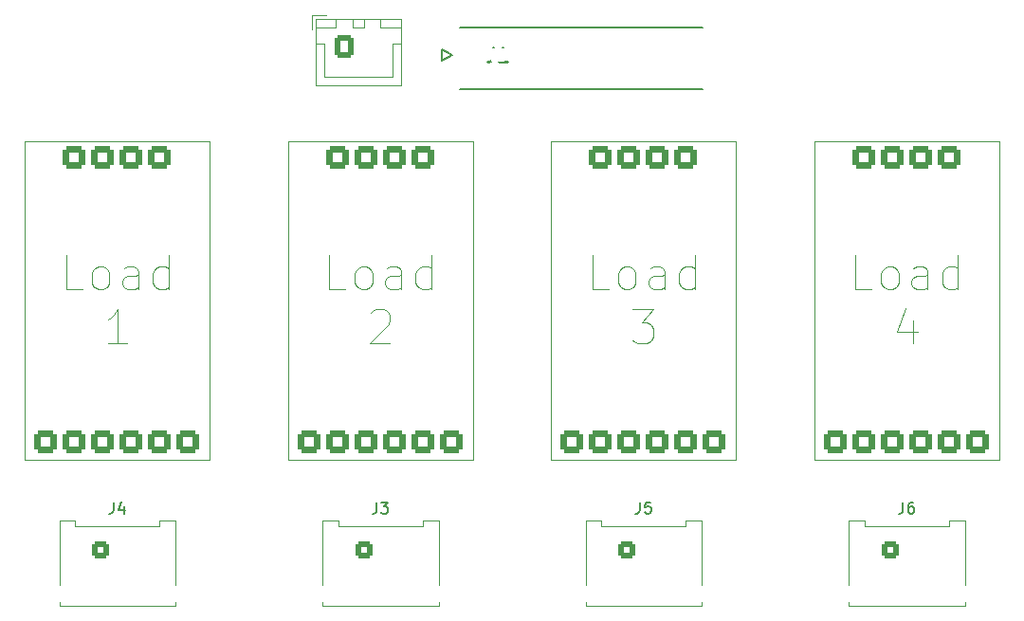
<source format=gto>
%TF.GenerationSoftware,KiCad,Pcbnew,9.0.0*%
%TF.CreationDate,2025-04-09T17:39:02-07:00*%
%TF.ProjectId,Load Cell Amp Board,4c6f6164-2043-4656-9c6c-20416d702042,rev?*%
%TF.SameCoordinates,Original*%
%TF.FileFunction,Legend,Top*%
%TF.FilePolarity,Positive*%
%FSLAX46Y46*%
G04 Gerber Fmt 4.6, Leading zero omitted, Abs format (unit mm)*
G04 Created by KiCad (PCBNEW 9.0.0) date 2025-04-09 17:39:02*
%MOMM*%
%LPD*%
G01*
G04 APERTURE LIST*
G04 Aperture macros list*
%AMRoundRect*
0 Rectangle with rounded corners*
0 $1 Rounding radius*
0 $2 $3 $4 $5 $6 $7 $8 $9 X,Y pos of 4 corners*
0 Add a 4 corners polygon primitive as box body*
4,1,4,$2,$3,$4,$5,$6,$7,$8,$9,$2,$3,0*
0 Add four circle primitives for the rounded corners*
1,1,$1+$1,$2,$3*
1,1,$1+$1,$4,$5*
1,1,$1+$1,$6,$7*
1,1,$1+$1,$8,$9*
0 Add four rect primitives between the rounded corners*
20,1,$1+$1,$2,$3,$4,$5,0*
20,1,$1+$1,$4,$5,$6,$7,0*
20,1,$1+$1,$6,$7,$8,$9,0*
20,1,$1+$1,$8,$9,$2,$3,0*%
G04 Aperture macros list end*
%ADD10C,0.100000*%
%ADD11C,0.150000*%
%ADD12C,0.254000*%
%ADD13C,0.120000*%
%ADD14C,0.127000*%
%ADD15C,6.000000*%
%ADD16C,1.020000*%
%ADD17RoundRect,0.250001X-0.499999X-0.499999X0.499999X-0.499999X0.499999X0.499999X-0.499999X0.499999X0*%
%ADD18C,1.500000*%
%ADD19R,1.170000X1.170000*%
%ADD20C,1.170000*%
%ADD21C,2.560000*%
%ADD22RoundRect,0.300000X0.700000X-0.700000X0.700000X0.700000X-0.700000X0.700000X-0.700000X-0.700000X0*%
%ADD23RoundRect,0.250000X-0.600000X-0.750000X0.600000X-0.750000X0.600000X0.750000X-0.600000X0.750000X0*%
%ADD24O,1.700000X2.000000*%
G04 APERTURE END LIST*
D10*
X116912580Y-100523178D02*
X115484008Y-100523178D01*
X115484008Y-100523178D02*
X115484008Y-97523178D01*
X118341151Y-100523178D02*
X118055436Y-100380321D01*
X118055436Y-100380321D02*
X117912579Y-100237463D01*
X117912579Y-100237463D02*
X117769722Y-99951749D01*
X117769722Y-99951749D02*
X117769722Y-99094606D01*
X117769722Y-99094606D02*
X117912579Y-98808892D01*
X117912579Y-98808892D02*
X118055436Y-98666035D01*
X118055436Y-98666035D02*
X118341151Y-98523178D01*
X118341151Y-98523178D02*
X118769722Y-98523178D01*
X118769722Y-98523178D02*
X119055436Y-98666035D01*
X119055436Y-98666035D02*
X119198294Y-98808892D01*
X119198294Y-98808892D02*
X119341151Y-99094606D01*
X119341151Y-99094606D02*
X119341151Y-99951749D01*
X119341151Y-99951749D02*
X119198294Y-100237463D01*
X119198294Y-100237463D02*
X119055436Y-100380321D01*
X119055436Y-100380321D02*
X118769722Y-100523178D01*
X118769722Y-100523178D02*
X118341151Y-100523178D01*
X121912580Y-100523178D02*
X121912580Y-98951749D01*
X121912580Y-98951749D02*
X121769722Y-98666035D01*
X121769722Y-98666035D02*
X121484008Y-98523178D01*
X121484008Y-98523178D02*
X120912580Y-98523178D01*
X120912580Y-98523178D02*
X120626865Y-98666035D01*
X121912580Y-100380321D02*
X121626865Y-100523178D01*
X121626865Y-100523178D02*
X120912580Y-100523178D01*
X120912580Y-100523178D02*
X120626865Y-100380321D01*
X120626865Y-100380321D02*
X120484008Y-100094606D01*
X120484008Y-100094606D02*
X120484008Y-99808892D01*
X120484008Y-99808892D02*
X120626865Y-99523178D01*
X120626865Y-99523178D02*
X120912580Y-99380321D01*
X120912580Y-99380321D02*
X121626865Y-99380321D01*
X121626865Y-99380321D02*
X121912580Y-99237463D01*
X124626866Y-100523178D02*
X124626866Y-97523178D01*
X124626866Y-100380321D02*
X124341151Y-100523178D01*
X124341151Y-100523178D02*
X123769723Y-100523178D01*
X123769723Y-100523178D02*
X123484008Y-100380321D01*
X123484008Y-100380321D02*
X123341151Y-100237463D01*
X123341151Y-100237463D02*
X123198294Y-99951749D01*
X123198294Y-99951749D02*
X123198294Y-99094606D01*
X123198294Y-99094606D02*
X123341151Y-98808892D01*
X123341151Y-98808892D02*
X123484008Y-98666035D01*
X123484008Y-98666035D02*
X123769723Y-98523178D01*
X123769723Y-98523178D02*
X124341151Y-98523178D01*
X124341151Y-98523178D02*
X124626866Y-98666035D01*
X120912580Y-105353010D02*
X119198294Y-105353010D01*
X120055437Y-105353010D02*
X120055437Y-102353010D01*
X120055437Y-102353010D02*
X119769723Y-102781581D01*
X119769723Y-102781581D02*
X119484008Y-103067295D01*
X119484008Y-103067295D02*
X119198294Y-103210153D01*
X163912580Y-100523178D02*
X162484008Y-100523178D01*
X162484008Y-100523178D02*
X162484008Y-97523178D01*
X165341151Y-100523178D02*
X165055436Y-100380321D01*
X165055436Y-100380321D02*
X164912579Y-100237463D01*
X164912579Y-100237463D02*
X164769722Y-99951749D01*
X164769722Y-99951749D02*
X164769722Y-99094606D01*
X164769722Y-99094606D02*
X164912579Y-98808892D01*
X164912579Y-98808892D02*
X165055436Y-98666035D01*
X165055436Y-98666035D02*
X165341151Y-98523178D01*
X165341151Y-98523178D02*
X165769722Y-98523178D01*
X165769722Y-98523178D02*
X166055436Y-98666035D01*
X166055436Y-98666035D02*
X166198294Y-98808892D01*
X166198294Y-98808892D02*
X166341151Y-99094606D01*
X166341151Y-99094606D02*
X166341151Y-99951749D01*
X166341151Y-99951749D02*
X166198294Y-100237463D01*
X166198294Y-100237463D02*
X166055436Y-100380321D01*
X166055436Y-100380321D02*
X165769722Y-100523178D01*
X165769722Y-100523178D02*
X165341151Y-100523178D01*
X168912580Y-100523178D02*
X168912580Y-98951749D01*
X168912580Y-98951749D02*
X168769722Y-98666035D01*
X168769722Y-98666035D02*
X168484008Y-98523178D01*
X168484008Y-98523178D02*
X167912580Y-98523178D01*
X167912580Y-98523178D02*
X167626865Y-98666035D01*
X168912580Y-100380321D02*
X168626865Y-100523178D01*
X168626865Y-100523178D02*
X167912580Y-100523178D01*
X167912580Y-100523178D02*
X167626865Y-100380321D01*
X167626865Y-100380321D02*
X167484008Y-100094606D01*
X167484008Y-100094606D02*
X167484008Y-99808892D01*
X167484008Y-99808892D02*
X167626865Y-99523178D01*
X167626865Y-99523178D02*
X167912580Y-99380321D01*
X167912580Y-99380321D02*
X168626865Y-99380321D01*
X168626865Y-99380321D02*
X168912580Y-99237463D01*
X171626866Y-100523178D02*
X171626866Y-97523178D01*
X171626866Y-100380321D02*
X171341151Y-100523178D01*
X171341151Y-100523178D02*
X170769723Y-100523178D01*
X170769723Y-100523178D02*
X170484008Y-100380321D01*
X170484008Y-100380321D02*
X170341151Y-100237463D01*
X170341151Y-100237463D02*
X170198294Y-99951749D01*
X170198294Y-99951749D02*
X170198294Y-99094606D01*
X170198294Y-99094606D02*
X170341151Y-98808892D01*
X170341151Y-98808892D02*
X170484008Y-98666035D01*
X170484008Y-98666035D02*
X170769723Y-98523178D01*
X170769723Y-98523178D02*
X171341151Y-98523178D01*
X171341151Y-98523178D02*
X171626866Y-98666035D01*
X166055437Y-102353010D02*
X167912580Y-102353010D01*
X167912580Y-102353010D02*
X166912580Y-103495867D01*
X166912580Y-103495867D02*
X167341151Y-103495867D01*
X167341151Y-103495867D02*
X167626866Y-103638724D01*
X167626866Y-103638724D02*
X167769723Y-103781581D01*
X167769723Y-103781581D02*
X167912580Y-104067295D01*
X167912580Y-104067295D02*
X167912580Y-104781581D01*
X167912580Y-104781581D02*
X167769723Y-105067295D01*
X167769723Y-105067295D02*
X167626866Y-105210153D01*
X167626866Y-105210153D02*
X167341151Y-105353010D01*
X167341151Y-105353010D02*
X166484008Y-105353010D01*
X166484008Y-105353010D02*
X166198294Y-105210153D01*
X166198294Y-105210153D02*
X166055437Y-105067295D01*
X140412580Y-100523178D02*
X138984008Y-100523178D01*
X138984008Y-100523178D02*
X138984008Y-97523178D01*
X141841151Y-100523178D02*
X141555436Y-100380321D01*
X141555436Y-100380321D02*
X141412579Y-100237463D01*
X141412579Y-100237463D02*
X141269722Y-99951749D01*
X141269722Y-99951749D02*
X141269722Y-99094606D01*
X141269722Y-99094606D02*
X141412579Y-98808892D01*
X141412579Y-98808892D02*
X141555436Y-98666035D01*
X141555436Y-98666035D02*
X141841151Y-98523178D01*
X141841151Y-98523178D02*
X142269722Y-98523178D01*
X142269722Y-98523178D02*
X142555436Y-98666035D01*
X142555436Y-98666035D02*
X142698294Y-98808892D01*
X142698294Y-98808892D02*
X142841151Y-99094606D01*
X142841151Y-99094606D02*
X142841151Y-99951749D01*
X142841151Y-99951749D02*
X142698294Y-100237463D01*
X142698294Y-100237463D02*
X142555436Y-100380321D01*
X142555436Y-100380321D02*
X142269722Y-100523178D01*
X142269722Y-100523178D02*
X141841151Y-100523178D01*
X145412580Y-100523178D02*
X145412580Y-98951749D01*
X145412580Y-98951749D02*
X145269722Y-98666035D01*
X145269722Y-98666035D02*
X144984008Y-98523178D01*
X144984008Y-98523178D02*
X144412580Y-98523178D01*
X144412580Y-98523178D02*
X144126865Y-98666035D01*
X145412580Y-100380321D02*
X145126865Y-100523178D01*
X145126865Y-100523178D02*
X144412580Y-100523178D01*
X144412580Y-100523178D02*
X144126865Y-100380321D01*
X144126865Y-100380321D02*
X143984008Y-100094606D01*
X143984008Y-100094606D02*
X143984008Y-99808892D01*
X143984008Y-99808892D02*
X144126865Y-99523178D01*
X144126865Y-99523178D02*
X144412580Y-99380321D01*
X144412580Y-99380321D02*
X145126865Y-99380321D01*
X145126865Y-99380321D02*
X145412580Y-99237463D01*
X148126866Y-100523178D02*
X148126866Y-97523178D01*
X148126866Y-100380321D02*
X147841151Y-100523178D01*
X147841151Y-100523178D02*
X147269723Y-100523178D01*
X147269723Y-100523178D02*
X146984008Y-100380321D01*
X146984008Y-100380321D02*
X146841151Y-100237463D01*
X146841151Y-100237463D02*
X146698294Y-99951749D01*
X146698294Y-99951749D02*
X146698294Y-99094606D01*
X146698294Y-99094606D02*
X146841151Y-98808892D01*
X146841151Y-98808892D02*
X146984008Y-98666035D01*
X146984008Y-98666035D02*
X147269723Y-98523178D01*
X147269723Y-98523178D02*
X147841151Y-98523178D01*
X147841151Y-98523178D02*
X148126866Y-98666035D01*
X142698294Y-102638724D02*
X142841151Y-102495867D01*
X142841151Y-102495867D02*
X143126866Y-102353010D01*
X143126866Y-102353010D02*
X143841151Y-102353010D01*
X143841151Y-102353010D02*
X144126866Y-102495867D01*
X144126866Y-102495867D02*
X144269723Y-102638724D01*
X144269723Y-102638724D02*
X144412580Y-102924438D01*
X144412580Y-102924438D02*
X144412580Y-103210153D01*
X144412580Y-103210153D02*
X144269723Y-103638724D01*
X144269723Y-103638724D02*
X142555437Y-105353010D01*
X142555437Y-105353010D02*
X144412580Y-105353010D01*
X187412580Y-100523178D02*
X185984008Y-100523178D01*
X185984008Y-100523178D02*
X185984008Y-97523178D01*
X188841151Y-100523178D02*
X188555436Y-100380321D01*
X188555436Y-100380321D02*
X188412579Y-100237463D01*
X188412579Y-100237463D02*
X188269722Y-99951749D01*
X188269722Y-99951749D02*
X188269722Y-99094606D01*
X188269722Y-99094606D02*
X188412579Y-98808892D01*
X188412579Y-98808892D02*
X188555436Y-98666035D01*
X188555436Y-98666035D02*
X188841151Y-98523178D01*
X188841151Y-98523178D02*
X189269722Y-98523178D01*
X189269722Y-98523178D02*
X189555436Y-98666035D01*
X189555436Y-98666035D02*
X189698294Y-98808892D01*
X189698294Y-98808892D02*
X189841151Y-99094606D01*
X189841151Y-99094606D02*
X189841151Y-99951749D01*
X189841151Y-99951749D02*
X189698294Y-100237463D01*
X189698294Y-100237463D02*
X189555436Y-100380321D01*
X189555436Y-100380321D02*
X189269722Y-100523178D01*
X189269722Y-100523178D02*
X188841151Y-100523178D01*
X192412580Y-100523178D02*
X192412580Y-98951749D01*
X192412580Y-98951749D02*
X192269722Y-98666035D01*
X192269722Y-98666035D02*
X191984008Y-98523178D01*
X191984008Y-98523178D02*
X191412580Y-98523178D01*
X191412580Y-98523178D02*
X191126865Y-98666035D01*
X192412580Y-100380321D02*
X192126865Y-100523178D01*
X192126865Y-100523178D02*
X191412580Y-100523178D01*
X191412580Y-100523178D02*
X191126865Y-100380321D01*
X191126865Y-100380321D02*
X190984008Y-100094606D01*
X190984008Y-100094606D02*
X190984008Y-99808892D01*
X190984008Y-99808892D02*
X191126865Y-99523178D01*
X191126865Y-99523178D02*
X191412580Y-99380321D01*
X191412580Y-99380321D02*
X192126865Y-99380321D01*
X192126865Y-99380321D02*
X192412580Y-99237463D01*
X195126866Y-100523178D02*
X195126866Y-97523178D01*
X195126866Y-100380321D02*
X194841151Y-100523178D01*
X194841151Y-100523178D02*
X194269723Y-100523178D01*
X194269723Y-100523178D02*
X193984008Y-100380321D01*
X193984008Y-100380321D02*
X193841151Y-100237463D01*
X193841151Y-100237463D02*
X193698294Y-99951749D01*
X193698294Y-99951749D02*
X193698294Y-99094606D01*
X193698294Y-99094606D02*
X193841151Y-98808892D01*
X193841151Y-98808892D02*
X193984008Y-98666035D01*
X193984008Y-98666035D02*
X194269723Y-98523178D01*
X194269723Y-98523178D02*
X194841151Y-98523178D01*
X194841151Y-98523178D02*
X195126866Y-98666035D01*
X191126866Y-103353010D02*
X191126866Y-105353010D01*
X190412580Y-102210153D02*
X189698294Y-104353010D01*
X189698294Y-104353010D02*
X191555437Y-104353010D01*
D11*
X190222103Y-119560256D02*
X190222103Y-120274541D01*
X190222103Y-120274541D02*
X190174484Y-120417398D01*
X190174484Y-120417398D02*
X190079246Y-120512637D01*
X190079246Y-120512637D02*
X189936389Y-120560256D01*
X189936389Y-120560256D02*
X189841151Y-120560256D01*
X191126865Y-119560256D02*
X190936389Y-119560256D01*
X190936389Y-119560256D02*
X190841151Y-119607875D01*
X190841151Y-119607875D02*
X190793532Y-119655494D01*
X190793532Y-119655494D02*
X190698294Y-119798351D01*
X190698294Y-119798351D02*
X190650675Y-119988827D01*
X190650675Y-119988827D02*
X190650675Y-120369779D01*
X190650675Y-120369779D02*
X190698294Y-120465017D01*
X190698294Y-120465017D02*
X190745913Y-120512637D01*
X190745913Y-120512637D02*
X190841151Y-120560256D01*
X190841151Y-120560256D02*
X191031627Y-120560256D01*
X191031627Y-120560256D02*
X191126865Y-120512637D01*
X191126865Y-120512637D02*
X191174484Y-120465017D01*
X191174484Y-120465017D02*
X191222103Y-120369779D01*
X191222103Y-120369779D02*
X191222103Y-120131684D01*
X191222103Y-120131684D02*
X191174484Y-120036446D01*
X191174484Y-120036446D02*
X191126865Y-119988827D01*
X191126865Y-119988827D02*
X191031627Y-119941208D01*
X191031627Y-119941208D02*
X190841151Y-119941208D01*
X190841151Y-119941208D02*
X190745913Y-119988827D01*
X190745913Y-119988827D02*
X190698294Y-120036446D01*
X190698294Y-120036446D02*
X190650675Y-120131684D01*
D12*
X153576667Y-78904318D02*
X153576667Y-79811461D01*
X153576667Y-79811461D02*
X153516190Y-79992889D01*
X153516190Y-79992889D02*
X153395238Y-80113842D01*
X153395238Y-80113842D02*
X153213809Y-80174318D01*
X153213809Y-80174318D02*
X153092857Y-80174318D01*
X154846667Y-80174318D02*
X154120952Y-80174318D01*
X154483809Y-80174318D02*
X154483809Y-78904318D01*
X154483809Y-78904318D02*
X154362857Y-79085746D01*
X154362857Y-79085746D02*
X154241905Y-79206699D01*
X154241905Y-79206699D02*
X154120952Y-79267175D01*
D11*
X143222103Y-119560256D02*
X143222103Y-120274541D01*
X143222103Y-120274541D02*
X143174484Y-120417398D01*
X143174484Y-120417398D02*
X143079246Y-120512637D01*
X143079246Y-120512637D02*
X142936389Y-120560256D01*
X142936389Y-120560256D02*
X142841151Y-120560256D01*
X143603056Y-119560256D02*
X144222103Y-119560256D01*
X144222103Y-119560256D02*
X143888770Y-119941208D01*
X143888770Y-119941208D02*
X144031627Y-119941208D01*
X144031627Y-119941208D02*
X144126865Y-119988827D01*
X144126865Y-119988827D02*
X144174484Y-120036446D01*
X144174484Y-120036446D02*
X144222103Y-120131684D01*
X144222103Y-120131684D02*
X144222103Y-120369779D01*
X144222103Y-120369779D02*
X144174484Y-120465017D01*
X144174484Y-120465017D02*
X144126865Y-120512637D01*
X144126865Y-120512637D02*
X144031627Y-120560256D01*
X144031627Y-120560256D02*
X143745913Y-120560256D01*
X143745913Y-120560256D02*
X143650675Y-120512637D01*
X143650675Y-120512637D02*
X143603056Y-120465017D01*
X119722103Y-119560256D02*
X119722103Y-120274541D01*
X119722103Y-120274541D02*
X119674484Y-120417398D01*
X119674484Y-120417398D02*
X119579246Y-120512637D01*
X119579246Y-120512637D02*
X119436389Y-120560256D01*
X119436389Y-120560256D02*
X119341151Y-120560256D01*
X120626865Y-119893589D02*
X120626865Y-120560256D01*
X120388770Y-119512637D02*
X120150675Y-120226922D01*
X120150675Y-120226922D02*
X120769722Y-120226922D01*
X166722103Y-119560256D02*
X166722103Y-120274541D01*
X166722103Y-120274541D02*
X166674484Y-120417398D01*
X166674484Y-120417398D02*
X166579246Y-120512637D01*
X166579246Y-120512637D02*
X166436389Y-120560256D01*
X166436389Y-120560256D02*
X166341151Y-120560256D01*
X167674484Y-119560256D02*
X167198294Y-119560256D01*
X167198294Y-119560256D02*
X167150675Y-120036446D01*
X167150675Y-120036446D02*
X167198294Y-119988827D01*
X167198294Y-119988827D02*
X167293532Y-119941208D01*
X167293532Y-119941208D02*
X167531627Y-119941208D01*
X167531627Y-119941208D02*
X167626865Y-119988827D01*
X167626865Y-119988827D02*
X167674484Y-120036446D01*
X167674484Y-120036446D02*
X167722103Y-120131684D01*
X167722103Y-120131684D02*
X167722103Y-120369779D01*
X167722103Y-120369779D02*
X167674484Y-120465017D01*
X167674484Y-120465017D02*
X167626865Y-120512637D01*
X167626865Y-120512637D02*
X167531627Y-120560256D01*
X167531627Y-120560256D02*
X167293532Y-120560256D01*
X167293532Y-120560256D02*
X167198294Y-120512637D01*
X167198294Y-120512637D02*
X167150675Y-120465017D01*
D13*
%TO.C,J6*%
X185370437Y-121195437D02*
X186790437Y-121195437D01*
X185370437Y-126945437D02*
X185370437Y-121195437D01*
X185370437Y-128485437D02*
X185370437Y-128785437D01*
X185370437Y-128785437D02*
X195740437Y-128785437D01*
X186790437Y-121195437D02*
X186790437Y-121695437D01*
X186790437Y-121695437D02*
X194320437Y-121695437D01*
X194320437Y-121195437D02*
X195740437Y-121195437D01*
X194320437Y-121695437D02*
X194320437Y-121195437D01*
X195740437Y-121195437D02*
X195740437Y-126945437D01*
X195740437Y-128785437D02*
X195740437Y-128485437D01*
D14*
%TO.C,J1*%
X149000000Y-79100000D02*
X150000000Y-79600000D01*
X149000000Y-80100000D02*
X149000000Y-79100000D01*
X150000000Y-79600000D02*
X149000000Y-80100000D01*
X150675000Y-77130000D02*
X172325000Y-77130000D01*
X172325000Y-82700000D02*
X150675000Y-82700000D01*
%TO.C,HX3*%
D10*
X158805437Y-115805437D02*
X175305437Y-115805437D01*
X175305437Y-87305437D01*
X158805437Y-87305437D01*
X158805437Y-115805437D01*
%TO.C,HX1*%
X111805437Y-115805437D02*
X128305437Y-115805437D01*
X128305437Y-87305437D01*
X111805437Y-87305437D01*
X111805437Y-115805437D01*
D13*
%TO.C,J3*%
X138370437Y-121195437D02*
X139790437Y-121195437D01*
X138370437Y-126945437D02*
X138370437Y-121195437D01*
X138370437Y-128485437D02*
X138370437Y-128785437D01*
X138370437Y-128785437D02*
X148740437Y-128785437D01*
X139790437Y-121195437D02*
X139790437Y-121695437D01*
X139790437Y-121695437D02*
X147320437Y-121695437D01*
X147320437Y-121195437D02*
X148740437Y-121195437D01*
X147320437Y-121695437D02*
X147320437Y-121195437D01*
X148740437Y-121195437D02*
X148740437Y-126945437D01*
X148740437Y-128785437D02*
X148740437Y-128485437D01*
%TO.C,HX4*%
D10*
X182305437Y-115805437D02*
X198805437Y-115805437D01*
X198805437Y-87305437D01*
X182305437Y-87305437D01*
X182305437Y-115805437D01*
D13*
%TO.C,J4*%
X114870437Y-121195437D02*
X116290437Y-121195437D01*
X114870437Y-126945437D02*
X114870437Y-121195437D01*
X114870437Y-128485437D02*
X114870437Y-128785437D01*
X114870437Y-128785437D02*
X125240437Y-128785437D01*
X116290437Y-121195437D02*
X116290437Y-121695437D01*
X116290437Y-121695437D02*
X123820437Y-121695437D01*
X123820437Y-121195437D02*
X125240437Y-121195437D01*
X123820437Y-121695437D02*
X123820437Y-121195437D01*
X125240437Y-121195437D02*
X125240437Y-126945437D01*
X125240437Y-128785437D02*
X125240437Y-128485437D01*
%TO.C,J2*%
X137455437Y-76084562D02*
X137455437Y-77334562D01*
X137745437Y-76374562D02*
X137745437Y-82344562D01*
X137745437Y-82344562D02*
X145365437Y-82344562D01*
X137755437Y-76384562D02*
X137755437Y-77134562D01*
X137755437Y-77134562D02*
X139555437Y-77134562D01*
X137755437Y-78634562D02*
X138505437Y-78634562D01*
X138505437Y-78634562D02*
X138505437Y-81584562D01*
X138505437Y-81584562D02*
X141555437Y-81584562D01*
X138705437Y-76084562D02*
X137455437Y-76084562D01*
X139555437Y-76384562D02*
X137755437Y-76384562D01*
X139555437Y-77134562D02*
X139555437Y-76384562D01*
X141055437Y-76384562D02*
X141055437Y-77134562D01*
X141055437Y-77134562D02*
X142055437Y-77134562D01*
X142055437Y-76384562D02*
X141055437Y-76384562D01*
X142055437Y-77134562D02*
X142055437Y-76384562D01*
X143555437Y-76384562D02*
X143555437Y-77134562D01*
X143555437Y-77134562D02*
X145355437Y-77134562D01*
X144605437Y-78634562D02*
X144605437Y-81584562D01*
X144605437Y-81584562D02*
X141555437Y-81584562D01*
X145355437Y-76384562D02*
X143555437Y-76384562D01*
X145355437Y-77134562D02*
X145355437Y-76384562D01*
X145355437Y-78634562D02*
X144605437Y-78634562D01*
X145365437Y-76374562D02*
X137745437Y-76374562D01*
X145365437Y-82344562D02*
X145365437Y-76374562D01*
%TO.C,HX2*%
D10*
X135305437Y-115805437D02*
X151805437Y-115805437D01*
X151805437Y-87305437D01*
X135305437Y-87305437D01*
X135305437Y-115805437D01*
D13*
%TO.C,J5*%
X161870437Y-121195437D02*
X163290437Y-121195437D01*
X161870437Y-126945437D02*
X161870437Y-121195437D01*
X161870437Y-128485437D02*
X161870437Y-128785437D01*
X161870437Y-128785437D02*
X172240437Y-128785437D01*
X163290437Y-121195437D02*
X163290437Y-121695437D01*
X163290437Y-121695437D02*
X170820437Y-121695437D01*
X170820437Y-121195437D02*
X172240437Y-121195437D01*
X170820437Y-121695437D02*
X170820437Y-121195437D01*
X172240437Y-121195437D02*
X172240437Y-126945437D01*
X172240437Y-128785437D02*
X172240437Y-128485437D01*
%TD*%
%LPC*%
D15*
%TO.C,REF\u002A\u002A*%
X117800000Y-83400000D03*
%TD*%
D16*
%TO.C,J6*%
X186055437Y-127715437D03*
X195055437Y-127715437D03*
D17*
X189055437Y-123775437D03*
D18*
X192055437Y-123775437D03*
X189055437Y-126775437D03*
X192055437Y-126775437D03*
%TD*%
D19*
%TO.C,J1*%
X154000000Y-79600000D03*
D20*
X157000000Y-79600000D03*
X160000000Y-79600000D03*
X163000000Y-79600000D03*
X166000000Y-79600000D03*
X169000000Y-79600000D03*
D21*
X151850000Y-79600000D03*
X171150000Y-79600000D03*
%TD*%
D15*
%TO.C,REF\u002A\u002A*%
X118000000Y-133600000D03*
%TD*%
D22*
%TO.C,HX3*%
X170805437Y-88805437D03*
X168265437Y-88805437D03*
X165725437Y-88805437D03*
X163185437Y-88805437D03*
X160645437Y-114205437D03*
X163185437Y-114205437D03*
X165725437Y-114205437D03*
X168265437Y-114205437D03*
X170805437Y-114205437D03*
X173345437Y-114205437D03*
%TD*%
%TO.C,HX1*%
X123805437Y-88805437D03*
X121265437Y-88805437D03*
X118725437Y-88805437D03*
X116185437Y-88805437D03*
X113645437Y-114205437D03*
X116185437Y-114205437D03*
X118725437Y-114205437D03*
X121265437Y-114205437D03*
X123805437Y-114205437D03*
X126345437Y-114205437D03*
%TD*%
D16*
%TO.C,J3*%
X139055437Y-127715437D03*
X148055437Y-127715437D03*
D17*
X142055437Y-123775437D03*
D18*
X145055437Y-123775437D03*
X142055437Y-126775437D03*
X145055437Y-126775437D03*
%TD*%
D15*
%TO.C,REF\u002A\u002A*%
X193000000Y-83400000D03*
%TD*%
D22*
%TO.C,HX4*%
X194305437Y-88805437D03*
X191765437Y-88805437D03*
X189225437Y-88805437D03*
X186685437Y-88805437D03*
X184145437Y-114205437D03*
X186685437Y-114205437D03*
X189225437Y-114205437D03*
X191765437Y-114205437D03*
X194305437Y-114205437D03*
X196845437Y-114205437D03*
%TD*%
D16*
%TO.C,J4*%
X115555437Y-127715437D03*
X124555437Y-127715437D03*
D17*
X118555437Y-123775437D03*
D18*
X121555437Y-123775437D03*
X118555437Y-126775437D03*
X121555437Y-126775437D03*
%TD*%
D23*
%TO.C,J2*%
X140305437Y-78834562D03*
D24*
X142805437Y-78834562D03*
%TD*%
D22*
%TO.C,HX2*%
X147305437Y-88805437D03*
X144765437Y-88805437D03*
X142225437Y-88805437D03*
X139685437Y-88805437D03*
X137145437Y-114205437D03*
X139685437Y-114205437D03*
X142225437Y-114205437D03*
X144765437Y-114205437D03*
X147305437Y-114205437D03*
X149845437Y-114205437D03*
%TD*%
D16*
%TO.C,J5*%
X162555437Y-127715437D03*
X171555437Y-127715437D03*
D17*
X165555437Y-123775437D03*
D18*
X168555437Y-123775437D03*
X165555437Y-126775437D03*
X168555437Y-126775437D03*
%TD*%
D15*
%TO.C,REF\u002A\u002A*%
X193000000Y-133600000D03*
%TD*%
%LPD*%
M02*

</source>
